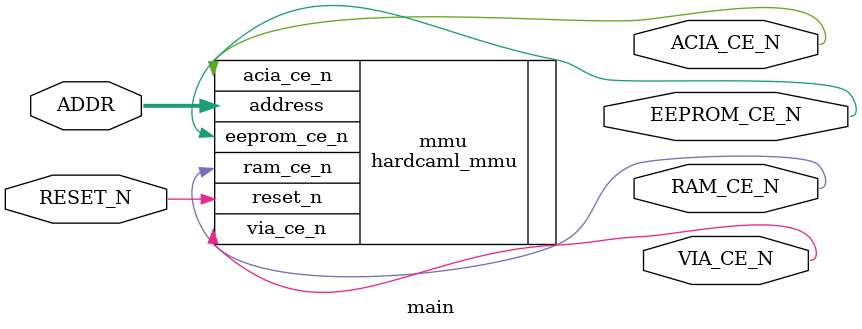
<source format=v>
`timescale 1ns / 1ps
module main(
	input [15:13] ADDR,
	input RESET_N,
	output EEPROM_CE_N,
	output RAM_CE_N,
	output VIA_CE_N,
	output ACIA_CE_N
    );

	hardcaml_mmu mmu(
		.address(ADDR),
		.reset_n(RESET_N),
		.eeprom_ce_n(EEPROM_CE_N),
		.ram_ce_n(RAM_CE_N),
		.via_ce_n(VIA_CE_N),
		.acia_ce_n(ACIA_CE_N)
	);

	/*reference_mmu mmu(
		.address(ADDR),
		.reset_n(RESET_N),
		.eeprom_ce_n(EEPROM_CE_N),
		.ram_ce_n(RAM_CE_N),
		.via_ce_n(VIA_CE_N),
		.acia_ce_n(ACIA_CE_N)
	);*/
endmodule

</source>
